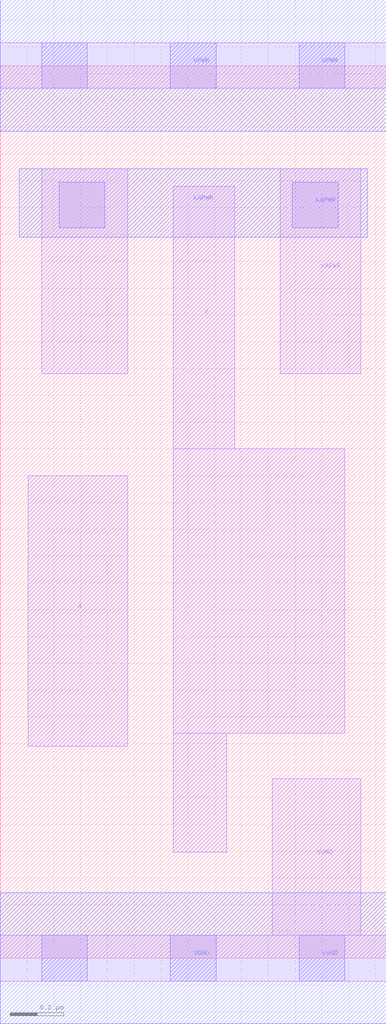
<source format=lef>
# Copyright 2020 The SkyWater PDK Authors
#
# Licensed under the Apache License, Version 2.0 (the "License");
# you may not use this file except in compliance with the License.
# You may obtain a copy of the License at
#
#     https://www.apache.org/licenses/LICENSE-2.0
#
# Unless required by applicable law or agreed to in writing, software
# distributed under the License is distributed on an "AS IS" BASIS,
# WITHOUT WARRANTIES OR CONDITIONS OF ANY KIND, either express or implied.
# See the License for the specific language governing permissions and
# limitations under the License.
#
# SPDX-License-Identifier: Apache-2.0

VERSION 5.7 ;
  NAMESCASESENSITIVE ON ;
  NOWIREEXTENSIONATPIN ON ;
  DIVIDERCHAR "/" ;
  BUSBITCHARS "[]" ;
UNITS
  DATABASE MICRONS 200 ;
END UNITS
MACRO sky130_fd_sc_lp__invkapwr_1
  CLASS CORE ;
  SOURCE USER ;
  FOREIGN sky130_fd_sc_lp__invkapwr_1 ;
  ORIGIN  0.000000  0.000000 ;
  SIZE  1.440000 BY  3.330000 ;
  SYMMETRY X Y ;
  SITE unit ;
  PIN A
    ANTENNAGATEAREA  0.315000 ;
    DIRECTION INPUT ;
    USE SIGNAL ;
    PORT
      LAYER li1 ;
        RECT 0.105000 0.790000 0.475000 1.800000 ;
    END
  END A
  PIN Y
    ANTENNADIFFAREA  0.346500 ;
    DIRECTION OUTPUT ;
    USE SIGNAL ;
    PORT
      LAYER li1 ;
        RECT 0.645000 0.395000 0.845000 0.840000 ;
        RECT 0.645000 0.840000 1.285000 1.900000 ;
        RECT 0.645000 1.900000 0.875000 2.880000 ;
    END
  END Y
  PIN KAPWR
    DIRECTION INOUT ;
    USE POWER ;
    PORT
      LAYER li1 ;
        RECT 0.155000 2.180000 0.475000 2.945000 ;
        RECT 1.045000 2.180000 1.345000 2.945000 ;
      LAYER mcon ;
        RECT 0.220000 2.725000 0.390000 2.895000 ;
        RECT 1.090000 2.725000 1.260000 2.895000 ;
      LAYER met1 ;
        RECT 0.070000 2.690000 1.370000 2.945000 ;
    END
  END KAPWR
  PIN VGND
    DIRECTION INOUT ;
    USE GROUND ;
    PORT
      LAYER li1 ;
        RECT 0.000000 -0.085000 1.440000 0.085000 ;
        RECT 1.015000  0.085000 1.345000 0.670000 ;
      LAYER mcon ;
        RECT 0.155000 -0.085000 0.325000 0.085000 ;
        RECT 0.635000 -0.085000 0.805000 0.085000 ;
        RECT 1.115000 -0.085000 1.285000 0.085000 ;
      LAYER met1 ;
        RECT 0.000000 -0.245000 1.440000 0.245000 ;
    END
  END VGND
  PIN VPWR
    DIRECTION INOUT ;
    USE POWER ;
    PORT
      LAYER li1 ;
        RECT 0.000000 3.245000 1.440000 3.415000 ;
      LAYER mcon ;
        RECT 0.155000 3.245000 0.325000 3.415000 ;
        RECT 0.635000 3.245000 0.805000 3.415000 ;
        RECT 1.115000 3.245000 1.285000 3.415000 ;
      LAYER met1 ;
        RECT 0.000000 3.085000 1.440000 3.575000 ;
    END
  END VPWR
END sky130_fd_sc_lp__invkapwr_1

</source>
